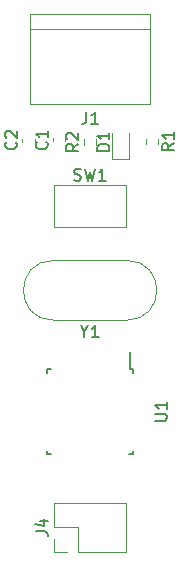
<source format=gbr>
%TF.GenerationSoftware,KiCad,Pcbnew,(5.1.6)-1*%
%TF.CreationDate,2020-10-29T20:04:16+01:00*%
%TF.ProjectId,atmega8breakeout,61746d65-6761-4386-9272-65616b656f75,rev?*%
%TF.SameCoordinates,Original*%
%TF.FileFunction,Legend,Top*%
%TF.FilePolarity,Positive*%
%FSLAX46Y46*%
G04 Gerber Fmt 4.6, Leading zero omitted, Abs format (unit mm)*
G04 Created by KiCad (PCBNEW (5.1.6)-1) date 2020-10-29 20:04:16*
%MOMM*%
%LPD*%
G01*
G04 APERTURE LIST*
%ADD10C,0.150000*%
%ADD11C,0.120000*%
G04 APERTURE END LIST*
D10*
%TO.C,U1*%
X160230000Y-73495000D02*
X160005000Y-73495000D01*
X160230000Y-80745000D02*
X159905000Y-80745000D01*
X152980000Y-80745000D02*
X153305000Y-80745000D01*
X152980000Y-73495000D02*
X153305000Y-73495000D01*
X160230000Y-73495000D02*
X160230000Y-73820000D01*
X152980000Y-73495000D02*
X152980000Y-73820000D01*
X152980000Y-80745000D02*
X152980000Y-80420000D01*
X160230000Y-80745000D02*
X160230000Y-80420000D01*
X160005000Y-73495000D02*
X160005000Y-72070000D01*
D11*
%TO.C,J1*%
X151525000Y-44690000D02*
X161685000Y-44690000D01*
X151525000Y-43420000D02*
X151525000Y-51040000D01*
X151525000Y-51040000D02*
X161685000Y-51040000D01*
X161685000Y-51040000D02*
X161685000Y-43420000D01*
X161685000Y-43420000D02*
X151525000Y-43420000D01*
%TO.C,SW1*%
X153530000Y-61520000D02*
X153530000Y-57900000D01*
X159650000Y-61520000D02*
X153530000Y-61520000D01*
X159650000Y-57900000D02*
X159650000Y-61520000D01*
X153530000Y-57900000D02*
X159650000Y-57900000D01*
%TO.C,C1*%
X153465000Y-54250580D02*
X153465000Y-53969420D01*
X154485000Y-54250580D02*
X154485000Y-53969420D01*
%TO.C,C2*%
X151895000Y-54280580D02*
X151895000Y-53999420D01*
X150875000Y-54280580D02*
X150875000Y-53999420D01*
%TO.C,D1*%
X158460000Y-53490000D02*
X158460000Y-55775000D01*
X158460000Y-55775000D02*
X159930000Y-55775000D01*
X159930000Y-55775000D02*
X159930000Y-53490000D01*
%TO.C,R1*%
X162347500Y-54002742D02*
X162347500Y-54477258D01*
X161302500Y-54002742D02*
X161302500Y-54477258D01*
%TO.C,R2*%
X156042500Y-54527258D02*
X156042500Y-54052742D01*
X157087500Y-54527258D02*
X157087500Y-54052742D01*
%TO.C,Y1*%
X159725000Y-64325000D02*
X153475000Y-64325000D01*
X159725000Y-69375000D02*
X153475000Y-69375000D01*
X159725000Y-64325000D02*
G75*
G02*
X159725000Y-69375000I0J-2525000D01*
G01*
X153475000Y-64325000D02*
G75*
G03*
X153475000Y-69375000I0J-2525000D01*
G01*
%TO.C,J4*%
X153545000Y-88990000D02*
X153545000Y-87930000D01*
X154605000Y-88990000D02*
X153545000Y-88990000D01*
X153545000Y-86930000D02*
X153545000Y-84870000D01*
X155605000Y-86930000D02*
X153545000Y-86930000D01*
X155605000Y-88990000D02*
X155605000Y-86930000D01*
X153545000Y-84870000D02*
X159665000Y-84870000D01*
X155605000Y-88990000D02*
X159665000Y-88990000D01*
X159665000Y-88990000D02*
X159665000Y-84870000D01*
%TO.C,U1*%
D10*
X162107380Y-77881904D02*
X162916904Y-77881904D01*
X163012142Y-77834285D01*
X163059761Y-77786666D01*
X163107380Y-77691428D01*
X163107380Y-77500952D01*
X163059761Y-77405714D01*
X163012142Y-77358095D01*
X162916904Y-77310476D01*
X162107380Y-77310476D01*
X163107380Y-76310476D02*
X163107380Y-76881904D01*
X163107380Y-76596190D02*
X162107380Y-76596190D01*
X162250238Y-76691428D01*
X162345476Y-76786666D01*
X162393095Y-76881904D01*
%TO.C,J1*%
X156271666Y-51762380D02*
X156271666Y-52476666D01*
X156224047Y-52619523D01*
X156128809Y-52714761D01*
X155985952Y-52762380D01*
X155890714Y-52762380D01*
X157271666Y-52762380D02*
X156700238Y-52762380D01*
X156985952Y-52762380D02*
X156985952Y-51762380D01*
X156890714Y-51905238D01*
X156795476Y-52000476D01*
X156700238Y-52048095D01*
%TO.C,SW1*%
X155256666Y-57514761D02*
X155399523Y-57562380D01*
X155637619Y-57562380D01*
X155732857Y-57514761D01*
X155780476Y-57467142D01*
X155828095Y-57371904D01*
X155828095Y-57276666D01*
X155780476Y-57181428D01*
X155732857Y-57133809D01*
X155637619Y-57086190D01*
X155447142Y-57038571D01*
X155351904Y-56990952D01*
X155304285Y-56943333D01*
X155256666Y-56848095D01*
X155256666Y-56752857D01*
X155304285Y-56657619D01*
X155351904Y-56610000D01*
X155447142Y-56562380D01*
X155685238Y-56562380D01*
X155828095Y-56610000D01*
X156161428Y-56562380D02*
X156399523Y-57562380D01*
X156590000Y-56848095D01*
X156780476Y-57562380D01*
X157018571Y-56562380D01*
X157923333Y-57562380D02*
X157351904Y-57562380D01*
X157637619Y-57562380D02*
X157637619Y-56562380D01*
X157542380Y-56705238D01*
X157447142Y-56800476D01*
X157351904Y-56848095D01*
%TO.C,C1*%
X152902142Y-54276666D02*
X152949761Y-54324285D01*
X152997380Y-54467142D01*
X152997380Y-54562380D01*
X152949761Y-54705238D01*
X152854523Y-54800476D01*
X152759285Y-54848095D01*
X152568809Y-54895714D01*
X152425952Y-54895714D01*
X152235476Y-54848095D01*
X152140238Y-54800476D01*
X152045000Y-54705238D01*
X151997380Y-54562380D01*
X151997380Y-54467142D01*
X152045000Y-54324285D01*
X152092619Y-54276666D01*
X152997380Y-53324285D02*
X152997380Y-53895714D01*
X152997380Y-53610000D02*
X151997380Y-53610000D01*
X152140238Y-53705238D01*
X152235476Y-53800476D01*
X152283095Y-53895714D01*
%TO.C,C2*%
X150312142Y-54306666D02*
X150359761Y-54354285D01*
X150407380Y-54497142D01*
X150407380Y-54592380D01*
X150359761Y-54735238D01*
X150264523Y-54830476D01*
X150169285Y-54878095D01*
X149978809Y-54925714D01*
X149835952Y-54925714D01*
X149645476Y-54878095D01*
X149550238Y-54830476D01*
X149455000Y-54735238D01*
X149407380Y-54592380D01*
X149407380Y-54497142D01*
X149455000Y-54354285D01*
X149502619Y-54306666D01*
X149502619Y-53925714D02*
X149455000Y-53878095D01*
X149407380Y-53782857D01*
X149407380Y-53544761D01*
X149455000Y-53449523D01*
X149502619Y-53401904D01*
X149597857Y-53354285D01*
X149693095Y-53354285D01*
X149835952Y-53401904D01*
X150407380Y-53973333D01*
X150407380Y-53354285D01*
%TO.C,D1*%
X158217380Y-55028095D02*
X157217380Y-55028095D01*
X157217380Y-54790000D01*
X157265000Y-54647142D01*
X157360238Y-54551904D01*
X157455476Y-54504285D01*
X157645952Y-54456666D01*
X157788809Y-54456666D01*
X157979285Y-54504285D01*
X158074523Y-54551904D01*
X158169761Y-54647142D01*
X158217380Y-54790000D01*
X158217380Y-55028095D01*
X158217380Y-53504285D02*
X158217380Y-54075714D01*
X158217380Y-53790000D02*
X157217380Y-53790000D01*
X157360238Y-53885238D01*
X157455476Y-53980476D01*
X157503095Y-54075714D01*
%TO.C,R1*%
X163707380Y-54406666D02*
X163231190Y-54740000D01*
X163707380Y-54978095D02*
X162707380Y-54978095D01*
X162707380Y-54597142D01*
X162755000Y-54501904D01*
X162802619Y-54454285D01*
X162897857Y-54406666D01*
X163040714Y-54406666D01*
X163135952Y-54454285D01*
X163183571Y-54501904D01*
X163231190Y-54597142D01*
X163231190Y-54978095D01*
X163707380Y-53454285D02*
X163707380Y-54025714D01*
X163707380Y-53740000D02*
X162707380Y-53740000D01*
X162850238Y-53835238D01*
X162945476Y-53930476D01*
X162993095Y-54025714D01*
%TO.C,R2*%
X155587380Y-54456666D02*
X155111190Y-54790000D01*
X155587380Y-55028095D02*
X154587380Y-55028095D01*
X154587380Y-54647142D01*
X154635000Y-54551904D01*
X154682619Y-54504285D01*
X154777857Y-54456666D01*
X154920714Y-54456666D01*
X155015952Y-54504285D01*
X155063571Y-54551904D01*
X155111190Y-54647142D01*
X155111190Y-55028095D01*
X154682619Y-54075714D02*
X154635000Y-54028095D01*
X154587380Y-53932857D01*
X154587380Y-53694761D01*
X154635000Y-53599523D01*
X154682619Y-53551904D01*
X154777857Y-53504285D01*
X154873095Y-53504285D01*
X155015952Y-53551904D01*
X155587380Y-54123333D01*
X155587380Y-53504285D01*
%TO.C,Y1*%
X156123809Y-70351190D02*
X156123809Y-70827380D01*
X155790476Y-69827380D02*
X156123809Y-70351190D01*
X156457142Y-69827380D01*
X157314285Y-70827380D02*
X156742857Y-70827380D01*
X157028571Y-70827380D02*
X157028571Y-69827380D01*
X156933333Y-69970238D01*
X156838095Y-70065476D01*
X156742857Y-70113095D01*
%TO.C,J4*%
X151997380Y-87263333D02*
X152711666Y-87263333D01*
X152854523Y-87310952D01*
X152949761Y-87406190D01*
X152997380Y-87549047D01*
X152997380Y-87644285D01*
X152330714Y-86358571D02*
X152997380Y-86358571D01*
X151949761Y-86596666D02*
X152664047Y-86834761D01*
X152664047Y-86215714D01*
%TD*%
M02*

</source>
